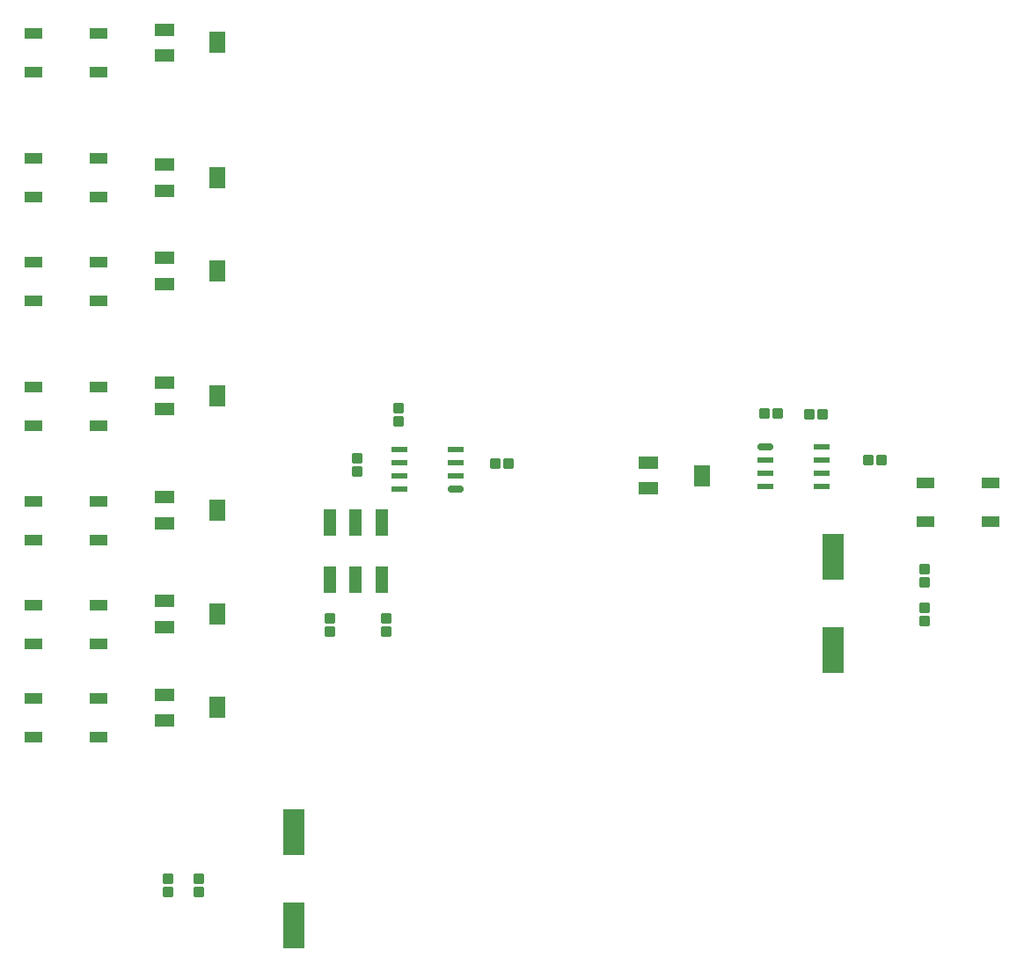
<source format=gbr>
%TF.GenerationSoftware,KiCad,Pcbnew,(5.99.0-10355-gafe0c79a1e)*%
%TF.CreationDate,2021-05-03T14:32:18+02:00*%
%TF.ProjectId,orgel,6f726765-6c2e-46b6-9963-61645f706362,rev?*%
%TF.SameCoordinates,Original*%
%TF.FileFunction,Paste,Top*%
%TF.FilePolarity,Positive*%
%FSLAX46Y46*%
G04 Gerber Fmt 4.6, Leading zero omitted, Abs format (unit mm)*
G04 Created by KiCad (PCBNEW (5.99.0-10355-gafe0c79a1e)) date 2021-05-03 14:32:18*
%MOMM*%
%LPD*%
G01*
G04 APERTURE LIST*
G04 Aperture macros list*
%AMRoundRect*
0 Rectangle with rounded corners*
0 $1 Rounding radius*
0 $2 $3 $4 $5 $6 $7 $8 $9 X,Y pos of 4 corners*
0 Add a 4 corners polygon primitive as box body*
4,1,4,$2,$3,$4,$5,$6,$7,$8,$9,$2,$3,0*
0 Add four circle primitives for the rounded corners*
1,1,$1+$1,$2,$3*
1,1,$1+$1,$4,$5*
1,1,$1+$1,$6,$7*
1,1,$1+$1,$8,$9*
0 Add four rect primitives between the rounded corners*
20,1,$1+$1,$2,$3,$4,$5,0*
20,1,$1+$1,$4,$5,$6,$7,0*
20,1,$1+$1,$6,$7,$8,$9,0*
20,1,$1+$1,$8,$9,$2,$3,0*%
G04 Aperture macros list end*
%ADD10R,1.900000X1.300000*%
%ADD11R,1.500000X2.000000*%
%ADD12R,1.200000X2.500000*%
%ADD13R,2.120000X4.510000*%
%ADD14R,1.800000X1.100000*%
%ADD15RoundRect,0.250000X-0.300000X0.250000X-0.300000X-0.250000X0.300000X-0.250000X0.300000X0.250000X0*%
%ADD16RoundRect,0.250000X0.300000X-0.250000X0.300000X0.250000X-0.300000X0.250000X-0.300000X-0.250000X0*%
%ADD17RoundRect,0.250000X-0.250000X-0.300000X0.250000X-0.300000X0.250000X0.300000X-0.250000X0.300000X0*%
%ADD18RoundRect,0.150000X0.625000X0.150000X-0.625000X0.150000X-0.625000X-0.150000X0.625000X-0.150000X0*%
%ADD19R,1.550000X0.600000*%
%ADD20RoundRect,0.250000X0.250000X0.300000X-0.250000X0.300000X-0.250000X-0.300000X0.250000X-0.300000X0*%
%ADD21RoundRect,0.150000X-0.625000X-0.150000X0.625000X-0.150000X0.625000X0.150000X-0.625000X0.150000X0*%
G04 APERTURE END LIST*
D10*
%TO.C,RV1*%
X89450000Y-107750000D03*
D11*
X94550000Y-109000000D03*
D10*
X89450000Y-110250000D03*
%TD*%
D12*
%TO.C,SW7*%
X110400000Y-91225000D03*
X107900000Y-91225000D03*
X105400000Y-91225000D03*
X105400000Y-96725000D03*
X107900000Y-96725000D03*
X110400000Y-96725000D03*
%TD*%
D13*
%TO.C,C9*%
X153850000Y-94475000D03*
X153850000Y-103475000D03*
%TD*%
D14*
%TO.C,SW2*%
X83100000Y-102850000D03*
X76900000Y-102850000D03*
X76900000Y-99150000D03*
X83100000Y-99150000D03*
%TD*%
D15*
%TO.C,R2*%
X148540000Y-80725000D03*
X147270000Y-80725000D03*
%TD*%
D14*
%TO.C,SW1*%
X83100000Y-111850000D03*
X76900000Y-111850000D03*
X83100000Y-108150000D03*
X76900000Y-108150000D03*
%TD*%
D10*
%TO.C,RV6*%
X89450000Y-56750000D03*
D11*
X94550000Y-58000000D03*
D10*
X89450000Y-59250000D03*
%TD*%
D16*
%TO.C,C8*%
X157250000Y-85200000D03*
X158520000Y-85200000D03*
%TD*%
D10*
%TO.C,RV3*%
X89450000Y-88750000D03*
D11*
X94550000Y-90000000D03*
D10*
X89450000Y-91250000D03*
%TD*%
D14*
%TO.C,SW5*%
X83100000Y-69850000D03*
X76900000Y-69850000D03*
X76900000Y-66150000D03*
X83100000Y-66150000D03*
%TD*%
D17*
%TO.C,R3*%
X162600000Y-99365000D03*
X162600000Y-100635000D03*
%TD*%
D14*
%TO.C,SW8*%
X83100000Y-47850000D03*
X76900000Y-47850000D03*
X83100000Y-44150000D03*
X76900000Y-44150000D03*
%TD*%
D18*
%TO.C,U1*%
X117522705Y-88000000D03*
D19*
X117522705Y-86730000D03*
X117522705Y-85460000D03*
X117522705Y-84190000D03*
X112122705Y-84190000D03*
X112122705Y-85460000D03*
X112122705Y-86730000D03*
X112122705Y-88000000D03*
%TD*%
D20*
%TO.C,C7*%
X162625000Y-96945000D03*
X162625000Y-95675000D03*
%TD*%
D10*
%TO.C,RV4*%
X89450000Y-77750000D03*
D11*
X94550000Y-79000000D03*
D10*
X89450000Y-80250000D03*
%TD*%
D14*
%TO.C,SW6*%
X76900000Y-59850000D03*
X83100000Y-59850000D03*
X83100000Y-56150000D03*
X76900000Y-56150000D03*
%TD*%
D17*
%TO.C,C11*%
X89835000Y-125470000D03*
X89835000Y-126740000D03*
%TD*%
D16*
%TO.C,C6*%
X151515000Y-80755000D03*
X152785000Y-80755000D03*
%TD*%
D21*
%TO.C,U2*%
X147335000Y-83950000D03*
D19*
X147335000Y-85220000D03*
X147335000Y-86490000D03*
X147335000Y-87760000D03*
X152735000Y-87760000D03*
X152735000Y-86490000D03*
X152735000Y-85220000D03*
X152735000Y-83950000D03*
%TD*%
D14*
%TO.C,SW4*%
X83100000Y-81850000D03*
X76900000Y-81850000D03*
X83100000Y-78150000D03*
X76900000Y-78150000D03*
%TD*%
D16*
%TO.C,C4*%
X121315000Y-85480000D03*
X122585000Y-85480000D03*
%TD*%
D10*
%TO.C,RV9*%
X136075000Y-85425000D03*
D11*
X141175000Y-86675000D03*
D10*
X136075000Y-87925000D03*
%TD*%
%TO.C,RV2*%
X89450000Y-98750000D03*
D11*
X94550000Y-100000000D03*
D10*
X89450000Y-101250000D03*
%TD*%
D20*
%TO.C,C3*%
X112025000Y-81420000D03*
X112025000Y-80150000D03*
%TD*%
D14*
%TO.C,SW10*%
X162750000Y-87375000D03*
X168950000Y-87375000D03*
X162750000Y-91075000D03*
X168950000Y-91075000D03*
%TD*%
D17*
%TO.C,C2*%
X105425000Y-100425000D03*
X105425000Y-101695000D03*
%TD*%
D13*
%TO.C,C5*%
X101925000Y-120975000D03*
X101925000Y-129975000D03*
%TD*%
D10*
%TO.C,RV5*%
X89450000Y-65750000D03*
D11*
X94550000Y-67000000D03*
D10*
X89450000Y-68250000D03*
%TD*%
D20*
%TO.C,R1*%
X108000000Y-86270000D03*
X108000000Y-85000000D03*
%TD*%
D10*
%TO.C,RV7*%
X89450000Y-43750000D03*
D11*
X94550000Y-45000000D03*
D10*
X89450000Y-46250000D03*
%TD*%
D17*
%TO.C,C1*%
X110825000Y-100455000D03*
X110825000Y-101725000D03*
%TD*%
%TO.C,C10*%
X92755000Y-125510000D03*
X92755000Y-126780000D03*
%TD*%
D14*
%TO.C,SW3*%
X83100000Y-92850000D03*
X76900000Y-92850000D03*
X83100000Y-89150000D03*
X76900000Y-89150000D03*
%TD*%
M02*

</source>
